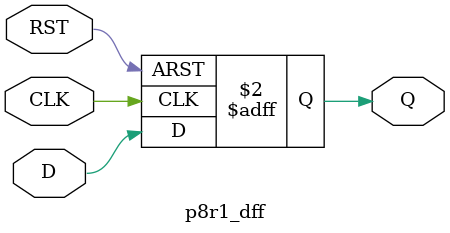
<source format=v>
`timescale 1ns / 1ps


module p8r1_dff(
    input D,
    input CLK,
    input RST,
    output reg Q
    );
    always @(posedge CLK,posedge RST)
    begin
    if(RST)
        Q <= 1'b0;
    else
        Q <= D;
    end

endmodule

</source>
